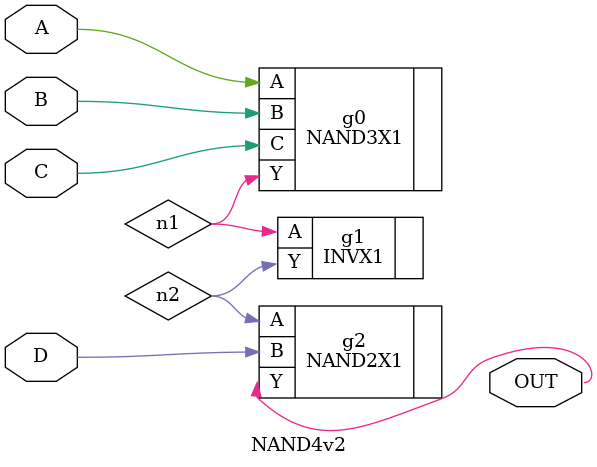
<source format=v>

module NAND4v2 ( 
    A, B, C, D, OUT );
  input  A, B, C, D;
  output OUT ;
  wire n1, n2;
  NAND3X1  g0(.A(A), .B(B), .C(C), .Y(n1));
  INVX1    g1(.A(n1), .Y(n2));
  NAND2X1  g2(.A(n2), .B(D), .Y(OUT)); 
endmodule



</source>
